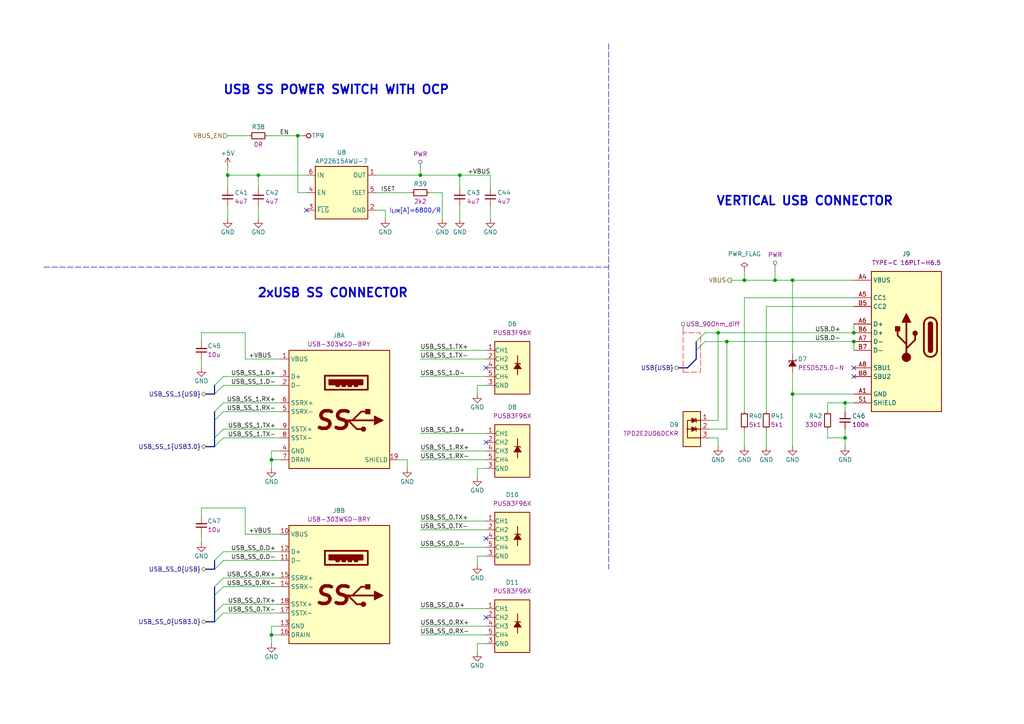
<source format=kicad_sch>
(kicad_sch (version 20250114) (generator "eeschema") (generator_version "9.0")
  (paper "A4")
  (title_block (title "ModuCard CM5 module") (date "2025-10-10") (rev "1.0.0") (company "KoNaR") (comment 1 "Project author: Dominik Pluta"))
  (lib_symbols
    (symbol "C-100n-0402_1" (pin_numbers (hide yes)) (pin_names (hide yes))
      (property "Reference" "C" (at 12.7 0 0))
      (property "Val" "100n" (at 12.7 -20.32 0))
      (symbol "C-100n-0402_1_0_1"
        (polyline (pts (xy 2.032 -1.524) (xy 2.032 1.524)) (stroke (width 0.3048)))
        (polyline (pts (xy 3.048 -1.524) (xy 3.048 1.524)) (stroke (width 0.3302)))
      )
      (symbol "C-100n-0402_1_1_1"
        (pin passive line (at 0 0 0) (length 2.032) (name "~") (number "1"))
        (pin passive line (at 5.08 0 180) (length 2.032) (name "~") (number "2"))
      )
    )
    (symbol "DW-ICs:AP22615AWU-7"
      (property "Reference" "U" (at 34.29 0 0))
      (property "MPN" "AP22615AWU-7" (at 34.29 -15.24 0))
      (symbol "AP22615AWU-7_0_1"
        (rectangle (start 2.54 2.54) (end 17.78 -12.7) (stroke (width 0.254)) (fill (type background)))
      )
      (symbol "AP22615AWU-7_1_0"
        (pin power_in line (at 0 0 0) (length 2.54) (name "IN") (number "6"))
        (pin input line (at 0 -5.08 0) (length 2.54) (name "EN") (number "4"))
        (pin open_collector line (at 0 -10.16 0) (length 2.54) (name "~{FLG}") (number "3"))
        (pin power_out line (at 20.32 0 180) (length 2.54) (name "OUT") (number "1"))
        (pin passive line (at 20.32 -5.08 180) (length 2.54) (name "ISET") (number "5"))
        (pin power_in line (at 20.32 -10.16 180) (length 2.54) (name "GND") (number "2"))
      )
    )
    (symbol "DW-TVS:PESD5Z5" (pin_numbers (hide yes)) (pin_names (offset 0.002) (hide yes))
      (property "Reference" "D" (at 12.7 0 0))
      (property "MPN" "PESD5Z5.0-N" (at 12.7 -15.24 0))
      (symbol "PESD5Z5_0_1"
        (polyline (pts (xy 1.905 0) (xy 0.635 0)))
        (polyline (pts (xy 4.445 0) (xy 3.175 0)))
      )
      (symbol "PESD5Z5_1_1"
        (polyline (pts (xy 1.778 1.016) (xy 1.397 1.016)) (stroke (width 0.254)))
        (polyline (pts (xy 1.778 1.016) (xy 1.778 -1.016)) (stroke (width 0.254)))
        (polyline (pts (xy 2.159 -1.016) (xy 1.778 -1.016)) (stroke (width 0.254)))
        (polyline (pts (xy 3.302 1.016) (xy 3.302 -1.016) (xy 1.778 0) (xy 3.302 1.016)) (stroke (width 0.254)) (fill (type outline)))
        (pin passive line (at 0 0 0) (length 0.635) (name "C") (number "1"))
        (pin passive line (at 5.08 0 180) (length 0.635) (name "A") (number "2"))
      )
    )
    (symbol "DW-TVS:PUSB3F96X" (pin_names (offset 0.002))
      (property "Reference" "D" (at 15.24 0 0))
      (property "MPN" "PUSB3F96X" (at 15.24 -15.24 0))
      (symbol "PUSB3F96X_1_1"
        (rectangle (start 2.54 -12.7) (end 12.7 2.54) (stroke (width 0.254)) (fill (type background)))
        (polyline (pts (xy 8.382 -3.81) (xy 9.906 -3.81) (xy 9.906 -4.064)) (stroke (width 0.254)))
        (polyline (pts (xy 9.144 -1.524) (xy 9.144 -7.112)) (stroke (width 0.254)))
        (polyline (pts (xy 10.16 -5.334) (xy 9.144 -3.81) (xy 8.128 -5.334) (xy 10.16 -5.334)) (stroke (width 0.254)) (fill (type outline)))
        (pin passive line (at 0 0 0) (length 2.54) (name "CH1") (number "1"))
        (pin passive line (at 0 0 0) (length 2.54) (hide yes) (name "CH1") (number "10"))
        (pin passive line (at 0 -2.54 0) (length 2.54) (name "CH2") (number "2"))
        (pin passive line (at 0 -2.54 0) (length 2.54) (hide yes) (name "CH2") (number "9"))
        (pin passive line (at 0 -5.08 0) (length 2.54) (name "CH3") (number "4"))
        (pin passive line (at 0 -5.08 0) (length 2.54) (hide yes) (name "CH3") (number "7"))
        (pin passive line (at 0 -7.62 0) (length 2.54) (name "CH4") (number "5"))
        (pin passive line (at 0 -7.62 0) (length 2.54) (hide yes) (name "CH4") (number "6"))
        (pin passive line (at 0 -10.16 0) (length 2.54) (name "GND") (number "3"))
        (pin passive line (at 0 -10.16 0) (length 2.54) (hide yes) (name "GND") (number "8"))
      )
    )
    (symbol "DW-TVS:TPD2E2U06DCKR" (pin_names (offset 0.002) (hide yes))
      (property "Reference" "D" (at 8.89 0 0))
      (property "MPN" "TPD2E2U06DCKR" (at 8.89 -15.24 0))
      (symbol "TPD2E2U06DCKR_0_1"
        (polyline (pts (xy 2.54 -5.08) (xy 6.35 -5.08) (xy 6.35 0) (xy 5.08 0)) (stroke (width 0.254)))
        (polyline (pts (xy 3.81 0) (xy 2.54 0)) (stroke (width 0.254)))
        (polyline (pts (xy 3.81 -2.54) (xy 2.54 -2.54)) (stroke (width 0.254)))
        (polyline (pts (xy 5.08 -2.54) (xy 6.35 -2.54)) (stroke (width 0.254)))
      )
      (symbol "TPD2E2U06DCKR_1_1"
        (rectangle (start 2.54 2.54) (end 7.62 -7.62) (stroke (width 0.254)) (fill (type background)))
        (polyline (pts (xy 3.81 -0.635) (xy 3.81 -0.381) (xy 3.81 0.381) (xy 4.064 0.635)) (stroke (width 0.254)) (fill (type background)))
        (polyline (pts (xy 3.81 -3.175) (xy 3.81 -2.921) (xy 3.81 -2.159) (xy 4.064 -1.905)) (stroke (width 0.254)) (fill (type background)))
        (polyline (pts (xy 5.08 -0.635) (xy 5.08 0.635) (xy 3.81 0) (xy 5.08 -0.635)) (stroke (width 0.254)) (fill (type outline)))
        (polyline (pts (xy 5.08 -3.175) (xy 5.08 -1.905) (xy 3.81 -2.54) (xy 5.08 -3.175)) (stroke (width 0.254)) (fill (type outline)))
        (circle (center 6.35 -2.54) (radius 0.127) (stroke (width 0.254)) (fill (type background)))
        (pin passive line (at 0 0 0) (length 2.54) (name "1") (number "1"))
        (pin passive line (at 0 -2.54 0) (length 2.54) (name "2") (number "2"))
        (pin passive line (at 0 -5.08 0) (length 2.54) (name "3") (number "3"))
      )
    )
    (symbol "DW-capacitors:C-10u-0603" (pin_numbers (hide yes)) (pin_names (hide yes))
      (property "Reference" "C" (at 12.7 0 0))
      (property "Val" "10u" (at 12.7 -20.32 0))
      (symbol "C-10u-0603_0_1"
        (polyline (pts (xy 2.032 -1.524) (xy 2.032 1.524)) (stroke (width 0.3048)))
        (polyline (pts (xy 3.048 -1.524) (xy 3.048 1.524)) (stroke (width 0.3302)))
      )
      (symbol "C-10u-0603_1_1"
        (pin passive line (at 0 0 0) (length 2.032) (name "~") (number "1"))
        (pin passive line (at 5.08 0 180) (length 2.032) (name "~") (number "2"))
      )
    )
    (symbol "DW-capacitors:C-4u7-0402" (pin_numbers (hide yes)) (pin_names (hide yes))
      (property "Reference" "C" (at 12.7 0 0))
      (property "Val" "4u7" (at 12.7 -20.32 0))
      (symbol "C-4u7-0402_0_1"
        (polyline (pts (xy 2.032 -1.524) (xy 2.032 1.524)) (stroke (width 0.3048)))
        (polyline (pts (xy 3.048 -1.524) (xy 3.048 1.524)) (stroke (width 0.3302)))
      )
      (symbol "C-4u7-0402_1_1"
        (pin passive line (at 0 0 0) (length 2.032) (name "~") (number "1"))
        (pin passive line (at 5.08 0 180) (length 2.032) (name "~") (number "2"))
      )
    )
    (symbol "DW-connectors:USB-A_USB-303WSD-BRY"
      (property "Reference" "J" (at 34.29 0 0))
      (property "MPN" "USB-303WSD-BRY" (at 34.29 -15.24 0))
      (symbol "USB-A_USB-303WSD-BRY_0_1"
        (rectangle (start 2.54 2.54) (end 31.75 -31.75) (stroke (width 0.254)) (fill (type background)))
        (rectangle (start 12.954 -4.826) (end 25.4 -8.89) (stroke (width 0.508)))
        (rectangle (start 14.224 -6.096) (end 23.876 -7.366) (stroke (width 0.508)) (fill (type outline)))
        (rectangle (start 16.256 -7.62) (end 17.018 -7.874) (stroke (width 0.508)))
        (rectangle (start 18.034 -7.62) (end 18.796 -7.874) (stroke (width 0.508)))
        (polyline (pts (xy 18.415 -17.78) (xy 27.305 -17.78)) (stroke (width 0.508)))
        (polyline (pts (xy 19.685 -17.78) (xy 22.225 -20.32) (xy 23.495 -20.32)) (stroke (width 0.508)))
        (rectangle (start 19.812 -7.62) (end 20.574 -7.874) (stroke (width 0.508)))
        (polyline (pts (xy 20.955 -17.78) (xy 23.495 -15.24) (xy 24.765 -15.24)) (stroke (width 0.508)))
        (rectangle (start 21.59 -7.62) (end 22.352 -7.874) (stroke (width 0.508)))
        (circle (center 24.13 -20.32) (radius 0.635) (stroke (width 0.254)) (fill (type outline)))
        (rectangle (start 24.765 -14.605) (end 26.035 -15.875) (stroke (width 0.254)) (fill (type outline)))
        (polyline (pts (xy 27.305 -19.05) (xy 29.845 -17.78) (xy 27.305 -16.51) (xy 27.305 -19.05)) (stroke (width 0.254)) (fill (type outline)))
        (text "SS" (at 15.24 -17.78 0) (effects (font (size 5.08 5.08) (bold yes) (italic yes))))
      )
      (symbol "USB-A_USB-303WSD-BRY_1_1"
        (pin passive line (at 0 0 0) (length 2.54) (name "VBUS") (number "1"))
        (pin bidirectional line (at 0 -5.08 0) (length 2.54) (name "D+") (number "3"))
        (pin bidirectional line (at 0 -7.62 0) (length 2.54) (name "D-") (number "2"))
        (pin bidirectional line (at 0 -12.7 0) (length 2.54) (name "SSRX+") (number "6"))
        (pin bidirectional line (at 0 -15.24 0) (length 2.54) (name "SSRX-") (number "5"))
        (pin bidirectional line (at 0 -20.32 0) (length 2.54) (name "SSTX+") (number "9"))
        (pin bidirectional line (at 0 -22.86 0) (length 2.54) (name "SSTX-") (number "8"))
        (pin power_in line (at 0 -26.67 0) (length 2.54) (name "GND") (number "4"))
        (pin power_in line (at 0 -29.21 0) (length 2.54) (name "DRAIN") (number "7"))
        (pin passive line (at 34.29 -29.21 180) (length 2.54) (name "SHIELD") (number "19"))
      )
      (symbol "USB-A_USB-303WSD-BRY_2_1"
        (pin passive line (at 0 0 0) (length 2.54) (name "VBUS") (number "10"))
        (pin bidirectional line (at 0 -5.08 0) (length 2.54) (name "D+") (number "12"))
        (pin bidirectional line (at 0 -7.62 0) (length 2.54) (name "D-") (number "11"))
        (pin bidirectional line (at 0 -12.7 0) (length 2.54) (name "SSRX+") (number "15"))
        (pin bidirectional line (at 0 -15.24 0) (length 2.54) (name "SSRX-") (number "14"))
        (pin bidirectional line (at 0 -20.32 0) (length 2.54) (name "SSTX+") (number "18"))
        (pin bidirectional line (at 0 -22.86 0) (length 2.54) (name "SSTX-") (number "17"))
        (pin power_in line (at 0 -26.67 0) (length 2.54) (name "GND") (number "13"))
        (pin power_in line (at 0 -29.21 0) (length 2.54) (name "DRAIN") (number "16"))
      )
    )
    (symbol "DW-connectors:USB-C_TYPE-C_16PLT-H6.5"
      (property "Reference" "J" (at 27.94 0 0))
      (property "MPN" "TYPE-C 16PLT-H6.5" (at 27.94 -15.24 0))
      (symbol "USB-C_TYPE-C_16PLT-H6.5_0_1"
        (rectangle (start 13.335 -14.732) (end 12.065 -13.462) (stroke (width 0.254)) (fill (type outline)))
        (polyline (pts (xy 15.24 -18.542) (xy 12.7 -16.002) (xy 12.7 -14.732)) (stroke (width 0.508)))
        (polyline (pts (xy 15.24 -19.812) (xy 17.78 -17.272) (xy 17.78 -16.002)) (stroke (width 0.508)))
        (polyline (pts (xy 15.24 -22.352) (xy 15.24 -12.192)) (stroke (width 0.508)))
        (circle (center 15.24 -22.352) (radius 1.27) (fill (type outline)))
        (polyline (pts (xy 16.51 -12.192) (xy 15.24 -9.652) (xy 13.97 -12.192) (xy 16.51 -12.192)) (stroke (width 0.254)) (fill (type outline)))
        (circle (center 17.78 -15.367) (radius 0.635) (stroke (width 0.254)) (fill (type outline)))
        (polyline (pts (xy 20.32 -12.7) (xy 20.32 -20.32)) (stroke (width 0.508)))
        (arc (start 21.59 -12.7) (mid 22.225 -12.0677) (end 22.86 -12.7) (stroke (width 0.254)))
        (arc (start 21.59 -12.7) (mid 22.225 -12.0677) (end 22.86 -12.7) (stroke (width 0.254)) (fill (type outline)))
        (arc (start 20.32 -12.7) (mid 22.225 -10.8033) (end 24.13 -12.7) (stroke (width 0.508)))
        (arc (start 24.13 -20.32) (mid 22.225 -22.2167) (end 20.32 -20.32) (stroke (width 0.508)))
        (arc (start 22.86 -20.32) (mid 22.225 -20.9523) (end 21.59 -20.32) (stroke (width 0.254)))
        (arc (start 22.86 -20.32) (mid 22.225 -20.9523) (end 21.59 -20.32) (stroke (width 0.254)) (fill (type outline)))
        (rectangle (start 22.86 -20.32) (end 21.59 -12.7) (stroke (width 0.254)) (fill (type outline)))
        (polyline (pts (xy 24.13 -20.32) (xy 24.13 -12.7)) (stroke (width 0.508)))
        (rectangle (start 25.4 2.54) (end 5.08 -38.1) (stroke (width 0.254)) (fill (type background)))
      )
      (symbol "USB-C_TYPE-C_16PLT-H6.5_1_1"
        (pin passive line (at 0 0 0) (length 5.08) (name "VBUS") (number "A4"))
        (pin passive line (at 0 0 0) (length 5.08) (hide yes) (name "VBUS") (number "A9"))
        (pin passive line (at 0 0 0) (length 5.08) (hide yes) (name "VBUS") (number "B4"))
        (pin passive line (at 0 0 0) (length 5.08) (hide yes) (name "VBUS") (number "B9"))
        (pin bidirectional line (at 0 -5.08 0) (length 5.08) (name "CC1") (number "A5"))
        (pin bidirectional line (at 0 -7.62 0) (length 5.08) (name "CC2") (number "B5"))
        (pin bidirectional line (at 0 -12.7 0) (length 5.08) (name "D+") (number "A6"))
        (pin bidirectional line (at 0 -15.24 0) (length 5.08) (name "D+") (number "B6"))
        (pin bidirectional line (at 0 -17.78 0) (length 5.08) (name "D-") (number "A7"))
        (pin bidirectional line (at 0 -20.32 0) (length 5.08) (name "D-") (number "B7"))
        (pin bidirectional line (at 0 -25.4 0) (length 5.08) (name "SBU1") (number "A8"))
        (pin bidirectional line (at 0 -27.94 0) (length 5.08) (name "SBU2") (number "B8"))
        (pin power_in line (at 0 -33.02 0) (length 5.08) (name "GND") (number "A1"))
        (pin passive line (at 0 -33.02 0) (length 5.08) (hide yes) (name "GND") (number "A12"))
        (pin passive line (at 0 -33.02 0) (length 5.08) (hide yes) (name "GND") (number "B1"))
        (pin passive line (at 0 -33.02 0) (length 5.08) (hide yes) (name "GND") (number "B12"))
        (pin passive line (at 0 -35.56 0) (length 5.08) (name "SHIELD") (number "S1"))
      )
    )
    (symbol "DW-power-symbols:+5V" (power) (pin_numbers (hide yes)) (pin_names (offset 0) (hide yes))
      (property "Value" "+5V" (at 0 3.556 0))
      (symbol "+5V_0_1"
        (polyline (pts (xy -0.762 1.27) (xy 0 2.54)))
        (polyline (pts (xy 0 2.54) (xy 0.762 1.27)))
        (polyline (pts (xy 0 0) (xy 0 2.54)))
      )
      (symbol "+5V_1_1"
        (pin power_in line (at 0 0 90) (length 0) (name "~") (number "1"))
      )
    )
    (symbol "DW-power-symbols:GND" (power) (pin_numbers (hide yes)) (pin_names (offset 0) (hide yes))
      (property "Value" "GND" (at 0 -3.81 0))
      (symbol "GND_0_1"
        (polyline (pts (xy 0 0) (xy 0 -1.27) (xy 1.27 -1.27) (xy 0 -2.54) (xy -1.27 -1.27) (xy 0 -1.27)))
      )
      (symbol "GND_1_1"
        (pin power_in line (at 0 0 270) (length 0) (name "~") (number "1"))
      )
    )
    (symbol "DW-power-symbols:PWR_FLAG" (power) (pin_numbers (hide yes)) (pin_names (offset 0) (hide yes))
      (property "Value" "PWR_FLAG" (at 0 3.81 0))
      (symbol "PWR_FLAG_0_0"
        (pin power_out line (at 0 0 90) (length 0) (name "~") (number "1"))
      )
      (symbol "PWR_FLAG_0_1"
        (polyline (pts (xy 0 0) (xy 0 1.27) (xy -1.016 1.905) (xy 0 2.54) (xy 1.016 1.905) (xy 0 1.27)))
      )
    )
    (symbol "DW-resistors:R-0R-0402" (pin_numbers (hide yes)) (pin_names (offset 0) (hide yes))
      (property "Reference" "R" (at 12.7 0 0))
      (property "Val" "0R" (at 12.7 -20.32 0))
      (symbol "R-0R-0402_0_1"
        (rectangle (start 0.635 0.889) (end 4.445 -0.889) (stroke (width 0.254)))
      )
      (symbol "R-0R-0402_1_1"
        (pin passive line (at 0 0 0) (length 0.635) (name "~") (number "1"))
        (pin passive line (at 5.08 0 180) (length 0.635) (name "~") (number "2"))
      )
    )
    (symbol "DW-resistors:R-2k2-0402" (pin_numbers (hide yes)) (pin_names (offset 0) (hide yes))
      (property "Reference" "R" (at 12.7 0 0))
      (property "Val" "2k2" (at 12.7 -20.32 0))
      (symbol "R-2k2-0402_0_1"
        (rectangle (start 0.635 0.889) (end 4.445 -0.889) (stroke (width 0.254)))
      )
      (symbol "R-2k2-0402_1_1"
        (pin passive line (at 0 0 0) (length 0.635) (name "~") (number "1"))
        (pin passive line (at 5.08 0 180) (length 0.635) (name "~") (number "2"))
      )
    )
    (symbol "DW-resistors:R-330r-0402" (pin_numbers (hide yes)) (pin_names (offset 0) (hide yes))
      (property "Reference" "R" (at 12.7 0 0))
      (property "Val" "330R" (at 12.7 -20.32 0))
      (symbol "R-330r-0402_0_1"
        (rectangle (start 0.635 0.889) (end 4.445 -0.889) (stroke (width 0.254)))
      )
      (symbol "R-330r-0402_1_1"
        (pin passive line (at 0 0 0) (length 0.635) (name "~") (number "1"))
        (pin passive line (at 5.08 0 180) (length 0.635) (name "~") (number "2"))
      )
    )
    (symbol "DW-resistors:R-5k1-0402" (pin_numbers (hide yes)) (pin_names (offset 0) (hide yes))
      (property "Reference" "R" (at 12.7 0 0))
      (property "Val" "5k1" (at 12.7 -20.32 0))
      (symbol "R-5k1-0402_0_1"
        (rectangle (start 0.635 0.889) (end 4.445 -0.889) (stroke (width 0.254)))
      )
      (symbol "R-5k1-0402_1_1"
        (pin passive line (at 0 0 0) (length 0.635) (name "~") (number "1"))
        (pin passive line (at 5.08 0 180) (length 0.635) (name "~") (number "2"))
      )
    )
    (symbol "DW-test-points:TP_SMD_0.75mm" (pin_numbers (hide yes)) (pin_names (hide yes)) (in_bom no)
      (property "Reference" "TP" (at 3.81 0 0))
      (symbol "TP_SMD_0.75mm_1_1"
        (circle (center 1.905 0) (radius 0.635) (stroke (width 0.254)))
        (pin passive line (at 0 0 0) (length 1.27) (name "1") (number "1"))
      )
    )
  )
  (bus_alias "USB3.0" (members "TX+" "TX-" "RX+" "RX-"))
  (text "2xUSB SS CONNECTOR" (at 96.52 85.09 0) (effects (font (size 2.54 2.54) (thickness 0.508) (bold yes))))
  (text "VERTICAL USB CONNECTOR" (at 233.426 58.42 0) (effects (font (size 2.54 2.54) (thickness 0.508) (bold yes))))
  (text "USB SS POWER SWITCH WITH OCP" (at 97.536 26.162 0) (effects (font (size 2.54 2.54) (thickness 0.508) (bold yes))))
  (text "I_{LIM}[A]=6800/R" (at 120.396 61.214 0) (effects (font (size 1.27 1.27))))
  (junction (at 247.65 99.06))
  (junction (at 245.11 127))
  (junction (at 208.28 96.52))
  (junction (at 66.04 50.8))
  (junction (at 245.11 116.84))
  (junction (at 74.93 50.8))
  (junction (at 224.79 81.28))
  (junction (at 78.74 184.15))
  (junction (at 210.82 99.06))
  (junction (at 215.9 81.28))
  (junction (at 78.74 133.35))
  (junction (at 133.35 50.8))
  (junction (at 86.36 39.37))
  (junction (at 121.92 50.8))
  (junction (at 229.87 81.28))
  (junction (at 247.65 96.52))
  (junction (at 229.87 114.3))
  (no_connect (at 247.65 106.68))
  (no_connect (at 88.9 60.96))
  (no_connect (at 140.97 128.27))
  (no_connect (at 140.97 179.07))
  (no_connect (at 140.97 156.21))
  (no_connect (at 140.97 106.68))
  (no_connect (at 247.65 109.22))
  (bus_entry (at 62.23 177.8) (size 2.54 -2.54))
  (bus_entry (at 62.23 119.38) (size 2.54 -2.54))
  (bus_entry (at 62.23 170.18) (size 2.54 -2.54))
  (bus_entry (at 62.23 162.56) (size 2.54 -2.54))
  (bus_entry (at 62.23 180.34) (size 2.54 -2.54))
  (bus_entry (at 201.93 99.06) (size 2.54 -2.54))
  (bus_entry (at 62.23 114.3) (size 2.54 -2.54))
  (bus_entry (at 201.93 101.6) (size 2.54 -2.54))
  (bus_entry (at 62.23 165.1) (size 2.54 -2.54))
  (bus_entry (at 62.23 121.92) (size 2.54 -2.54))
  (bus_entry (at 62.23 127) (size 2.54 -2.54))
  (bus_entry (at 62.23 111.76) (size 2.54 -2.54))
  (bus_entry (at 62.23 129.54) (size 2.54 -2.54))
  (bus_entry (at 62.23 172.72) (size 2.54 -2.54))
  (wire (pts (xy 81.28 181.61) (xy 78.74 181.61)))
  (wire (pts (xy 78.74 133.35) (xy 78.74 135.89)))
  (wire (pts (xy 140.97 135.89) (xy 138.43 135.89)))
  (wire (pts (xy 240.03 127) (xy 245.11 127)))
  (wire (pts (xy 140.97 151.13) (xy 121.92 151.13)))
  (wire (pts (xy 247.65 88.9) (xy 222.25 88.9)))
  (wire (pts (xy 212.09 81.28) (xy 215.9 81.28)))
  (wire (pts (xy 81.28 184.15) (xy 78.74 184.15)))
  (wire (pts (xy 204.47 99.06) (xy 210.82 99.06)))
  (wire (pts (xy 115.57 133.35) (xy 118.11 133.35)))
  (bus (pts (xy 62.23 127) (xy 62.23 121.92)))
  (wire (pts (xy 64.77 127) (xy 81.28 127)))
  (wire (pts (xy 78.74 181.61) (xy 78.74 184.15)))
  (wire (pts (xy 215.9 81.28) (xy 224.79 81.28)))
  (wire (pts (xy 64.77 116.84) (xy 81.28 116.84)))
  (wire (pts (xy 58.42 104.14) (xy 58.42 106.68)))
  (wire (pts (xy 215.9 78.74) (xy 215.9 81.28)))
  (wire (pts (xy 81.28 130.81) (xy 78.74 130.81)))
  (bus (pts (xy 62.23 162.56) (xy 62.23 165.1)))
  (wire (pts (xy 87.63 39.37) (xy 86.36 39.37)))
  (wire (pts (xy 245.11 124.46) (xy 245.11 127)))
  (wire (pts (xy 64.77 109.22) (xy 81.28 109.22)))
  (wire (pts (xy 215.9 86.36) (xy 247.65 86.36)))
  (wire (pts (xy 64.77 111.76) (xy 81.28 111.76)))
  (wire (pts (xy 66.04 50.8) (xy 74.93 50.8)))
  (wire (pts (xy 229.87 81.28) (xy 224.79 81.28)))
  (wire (pts (xy 64.77 170.18) (xy 81.28 170.18)))
  (wire (pts (xy 133.35 50.8) (xy 133.35 54.61)))
  (wire (pts (xy 247.65 116.84) (xy 245.11 116.84)))
  (wire (pts (xy 66.04 59.69) (xy 66.04 63.5)))
  (wire (pts (xy 64.77 177.8) (xy 81.28 177.8)))
  (wire (pts (xy 208.28 96.52) (xy 208.28 121.92)))
  (wire (pts (xy 109.22 55.88) (xy 119.38 55.88)))
  (wire (pts (xy 245.11 127) (xy 245.11 129.54)))
  (wire (pts (xy 86.36 55.88) (xy 86.36 39.37)))
  (wire (pts (xy 247.65 114.3) (xy 229.87 114.3)))
  (wire (pts (xy 121.92 109.22) (xy 140.97 109.22)))
  (wire (pts (xy 208.28 96.52) (xy 247.65 96.52)))
  (wire (pts (xy 133.35 59.69) (xy 133.35 63.5)))
  (wire (pts (xy 71.12 104.14) (xy 81.28 104.14)))
  (wire (pts (xy 111.76 60.96) (xy 109.22 60.96)))
  (wire (pts (xy 208.28 127) (xy 208.28 129.54)))
  (wire (pts (xy 247.65 99.06) (xy 247.65 101.6)))
  (wire (pts (xy 64.77 167.64) (xy 81.28 167.64)))
  (wire (pts (xy 71.12 96.52) (xy 71.12 104.14)))
  (wire (pts (xy 58.42 147.32) (xy 71.12 147.32)))
  (wire (pts (xy 133.35 50.8) (xy 142.24 50.8)))
  (bus (pts (xy 62.23 127) (xy 62.23 129.54)))
  (wire (pts (xy 121.92 176.53) (xy 140.97 176.53)))
  (wire (pts (xy 140.97 133.35) (xy 121.92 133.35)))
  (wire (pts (xy 222.25 124.46) (xy 222.25 129.54)))
  (wire (pts (xy 140.97 184.15) (xy 121.92 184.15)))
  (wire (pts (xy 64.77 160.02) (xy 81.28 160.02)))
  (bus (pts (xy 199.39 106.68) (xy 201.93 104.14)))
  (bus (pts (xy 62.23 111.76) (xy 62.23 114.3)))
  (bus (pts (xy 62.23 177.8) (xy 62.23 172.72)))
  (wire (pts (xy 229.87 102.87) (xy 229.87 81.28)))
  (wire (pts (xy 142.24 59.69) (xy 142.24 63.5)))
  (wire (pts (xy 247.65 93.98) (xy 247.65 96.52)))
  (bus (pts (xy 62.23 177.8) (xy 62.23 180.34)))
  (wire (pts (xy 58.42 154.94) (xy 58.42 157.48)))
  (wire (pts (xy 210.82 99.06) (xy 210.82 124.46)))
  (wire (pts (xy 118.11 133.35) (xy 118.11 135.89)))
  (wire (pts (xy 204.47 96.52) (xy 208.28 96.52)))
  (wire (pts (xy 64.77 162.56) (xy 81.28 162.56)))
  (bus (pts (xy 201.93 101.6) (xy 201.93 104.14)))
  (wire (pts (xy 240.03 116.84) (xy 240.03 119.38)))
  (wire (pts (xy 64.77 175.26) (xy 81.28 175.26)))
  (polyline (pts (xy 12.7 77.47) (xy 176.53 77.47)) (stroke (width 0) (type dash)))
  (wire (pts (xy 111.76 60.96) (xy 111.76 63.5)))
  (wire (pts (xy 138.43 111.76) (xy 138.43 114.3)))
  (wire (pts (xy 58.42 96.52) (xy 71.12 96.52)))
  (wire (pts (xy 121.92 50.8) (xy 133.35 50.8)))
  (wire (pts (xy 138.43 186.69) (xy 138.43 189.23)))
  (wire (pts (xy 142.24 50.8) (xy 142.24 54.61)))
  (wire (pts (xy 71.12 154.94) (xy 81.28 154.94)))
  (wire (pts (xy 66.04 39.37) (xy 72.39 39.37)))
  (wire (pts (xy 215.9 119.38) (xy 215.9 86.36)))
  (wire (pts (xy 140.97 130.81) (xy 121.92 130.81)))
  (wire (pts (xy 121.92 125.73) (xy 140.97 125.73)))
  (wire (pts (xy 247.65 81.28) (xy 229.87 81.28)))
  (wire (pts (xy 66.04 48.26) (xy 66.04 50.8)))
  (bus (pts (xy 59.69 180.34) (xy 62.23 180.34)))
  (wire (pts (xy 88.9 55.88) (xy 86.36 55.88)))
  (wire (pts (xy 210.82 99.06) (xy 247.65 99.06)))
  (wire (pts (xy 64.77 124.46) (xy 81.28 124.46)))
  (wire (pts (xy 224.79 78.74) (xy 224.79 81.28)))
  (bus (pts (xy 59.69 165.1) (xy 62.23 165.1)))
  (bus (pts (xy 59.69 129.54) (xy 62.23 129.54)))
  (wire (pts (xy 74.93 50.8) (xy 74.93 54.61)))
  (wire (pts (xy 121.92 101.6) (xy 140.97 101.6)))
  (bus (pts (xy 196.85 106.68) (xy 199.39 106.68)))
  (wire (pts (xy 222.25 88.9) (xy 222.25 119.38)))
  (wire (pts (xy 78.74 184.15) (xy 78.74 186.69)))
  (wire (pts (xy 140.97 153.67) (xy 121.92 153.67)))
  (wire (pts (xy 128.27 55.88) (xy 128.27 63.5)))
  (wire (pts (xy 58.42 96.52) (xy 58.42 99.06)))
  (wire (pts (xy 245.11 116.84) (xy 245.11 119.38)))
  (wire (pts (xy 215.9 129.54) (xy 215.9 124.46)))
  (wire (pts (xy 140.97 111.76) (xy 138.43 111.76)))
  (wire (pts (xy 74.93 59.69) (xy 74.93 63.5)))
  (wire (pts (xy 109.22 50.8) (xy 121.92 50.8)))
  (wire (pts (xy 138.43 161.29) (xy 138.43 163.83)))
  (wire (pts (xy 140.97 186.69) (xy 138.43 186.69)))
  (wire (pts (xy 77.47 39.37) (xy 86.36 39.37)))
  (wire (pts (xy 210.82 124.46) (xy 205.74 124.46)))
  (bus (pts (xy 201.93 99.06) (xy 201.93 101.6)))
  (bus (pts (xy 59.69 114.3) (xy 62.23 114.3)))
  (polyline (pts (xy 176.53 12.7) (xy 176.53 165.1)) (stroke (width 0) (type dash)))
  (wire (pts (xy 121.92 158.75) (xy 140.97 158.75)))
  (bus (pts (xy 62.23 170.18) (xy 62.23 172.72)))
  (wire (pts (xy 240.03 124.46) (xy 240.03 127)))
  (bus (pts (xy 62.23 119.38) (xy 62.23 121.92)))
  (wire (pts (xy 140.97 161.29) (xy 138.43 161.29)))
  (wire (pts (xy 124.46 55.88) (xy 128.27 55.88)))
  (wire (pts (xy 78.74 130.81) (xy 78.74 133.35)))
  (wire (pts (xy 229.87 107.95) (xy 229.87 114.3)))
  (wire (pts (xy 58.42 149.86) (xy 58.42 147.32)))
  (wire (pts (xy 81.28 133.35) (xy 78.74 133.35)))
  (wire (pts (xy 208.28 121.92) (xy 205.74 121.92)))
  (wire (pts (xy 245.11 116.84) (xy 240.03 116.84)))
  (wire (pts (xy 138.43 135.89) (xy 138.43 138.43)))
  (wire (pts (xy 71.12 147.32) (xy 71.12 154.94)))
  (wire (pts (xy 208.28 127) (xy 205.74 127)))
  (wire (pts (xy 121.92 49.53) (xy 121.92 50.8)))
  (wire (pts (xy 229.87 114.3) (xy 229.87 129.54)))
  (wire (pts (xy 121.92 104.14) (xy 140.97 104.14)))
  (wire (pts (xy 64.77 119.38) (xy 81.28 119.38)))
  (wire (pts (xy 74.93 50.8) (xy 88.9 50.8)))
  (wire (pts (xy 140.97 181.61) (xy 121.92 181.61)))
  (wire (pts (xy 66.04 50.8) (xy 66.04 54.61)))
  (label "USB_SS_1.TX+" (at 121.92 101.6 0))
  (label "+VBUS" (at 142.24 50.8 180))
  (label "+VBUS" (at 78.74 154.94 180))
  (label "USB_SS_1.RX-" (at 121.92 133.35 0))
  (label "USB_SS_0.D+" (at 80.01 160.02 180))
  (label "USB_SS_1.D+" (at 121.92 125.73 0))
  (label "USB_SS_0.TX+" (at 80.01 175.26 180))
  (label "USB_SS_0.RX+" (at 121.92 181.61 0))
  (label "USB_SS_0.D+" (at 121.92 176.53 0))
  (label "USB_SS_1.D+" (at 80.01 109.22 180))
  (label "USB_SS_1.TX+" (at 80.01 124.46 180))
  (label "USB_SS_0.TX+" (at 121.92 151.13 0))
  (label "EN" (at 83.82 39.37 180))
  (label "USB_SS_1.TX-" (at 80.01 127 180))
  (label "USB_SS_1.RX-" (at 80.01 119.38 180))
  (label "USB_SS_1.D-" (at 121.92 109.22 0))
  (label "USB.D+" (at 243.84 96.52 180))
  (label "USB_SS_0.RX-" (at 121.92 184.15 0))
  (label "+VBUS" (at 78.74 104.14 180))
  (label "USB_SS_1.D-" (at 80.01 111.76 180))
  (label "USB_SS_1.RX+" (at 121.92 130.81 0))
  (label "USB_SS_1.RX+" (at 80.01 116.84 180))
  (label "USB_SS_0.TX-" (at 80.01 177.8 180))
  (label "ISET" (at 110.49 55.88 0))
  (label "USB_SS_1.TX-" (at 121.92 104.14 0))
  (label "USB_SS_0.D-" (at 80.01 162.56 180))
  (label "USB_SS_0.TX-" (at 121.92 153.67 0))
  (label "USB_SS_0.RX+" (at 80.01 167.64 180))
  (label "USB_SS_0.RX-" (at 80.01 170.18 180))
  (label "USB_SS_0.D-" (at 121.92 158.75 0))
  (label "USB.D-" (at 243.84 99.06 180))
  (hierarchical_label "USB{USB}" (shape bidirectional) (at 196.85 106.68 180))
  (hierarchical_label "USB_SS_0{USB3.0}" (shape bidirectional) (at 59.69 180.34 180))
  (hierarchical_label "USB_SS_1{USB3.0}" (shape bidirectional) (at 59.69 129.54 180))
  (hierarchical_label "USB_SS_0{USB}" (shape bidirectional) (at 59.69 165.1 180))
  (hierarchical_label "USB_SS_1{USB}" (shape bidirectional) (at 59.69 114.3 180))
  (hierarchical_label "VBUS_EN" (shape input) (at 66.04 39.37 180))
  (hierarchical_label "VBUS" (shape output) (at 212.09 81.28 180))
  (rule_area (polyline (pts (xy 198.12 107.95) (xy 203.2 107.95) (xy 203.2 96.52) (xy 198.12 96.52)) (stroke (width 0) (type dash))))
  (netclass_flag "" (length 2.54) (shape round) (at 198.12 96.52 0) (property "Netclass" "USB_90Ohm_diff" (at 198.882 93.98 0) (effects (justify left))))
  (netclass_flag "" (length 2.54) (shape round) (at 121.92 49.53 0) (property "Netclass" "PWR" (at 121.92 44.704 0)))
  (netclass_flag "" (length 2.54) (shape round) (at 224.79 78.74 0) (property "Netclass" "PWR" (at 224.79 73.914 0)))
  (symbol (lib_id "DW-resistors:R-5k1-0402") (at 215.9 124.46 90) (unit 1)
    (property "Reference" "R40" (at 217.17 120.65 90) (effects (justify right)))
    (property "Value" "R-5k1-0402" (effects (hide yes)))
    (property "Footprint" "DW-footprints:R_0402_1005Metric" (effects (hide yes)))
    (property "Datasheet" "https://lcsc.com/datasheet/lcsc_datasheet_2411221127_UNI-ROYAL-0402WGF5101TCE_C25905.pdf" (effects (hide yes)))
    (property "Description" "62.5mW Thick Film Resistor 50V ±100ppm/℃ ±1% 5.1kΩ 0402 Chip Resistor - Surface Mount ROHS" (effects (hide yes)))
    (property "Manufacturer" "UNI-ROYAL(Uniroyal Elec)" (effects (hide yes)))
    (property "MPN" "0402WGF5101TCE" (effects (hide yes)))
    (property "LCSC" "C25905" (effects (hide yes)))
    (property "Val" "5k1" (at 217.17 123.19 90) (effects (justify right)))
    (property "Tolerance" "1%" (effects (hide yes)))
  )
  (symbol (lib_id "DW-power-symbols:GND") (at 74.93 63.5 0) (unit 1)
    (property "Reference" "#PWR096" (effects (hide yes)))
    (property "Value" "GND" (at 74.93 67.31 0))
    (property "Description" "Power symbol creates a global label with name \"GND\" , ground" (effects (hide yes)))
  )
  (symbol (lib_id "DW-resistors:R-0R-0402") (at 72.39 39.37 0) (unit 1)
    (property "Reference" "R38" (at 74.93 36.83 0))
    (property "Value" "R-0R-0402" (effects (hide yes)))
    (property "Footprint" "DW-footprints:R_0402_1005Metric" (effects (hide yes)))
    (property "Datasheet" "https://lcsc.com/datasheet/lcsc_datasheet_2411221126_UNI-ROYAL-0402WGF0000TCE_C17168.pdf" (effects (hide yes)))
    (property "Description" "62.5mW Thick Film Resistor 50V ±800ppm/℃ ±1% 0Ω 0402 Chip Resistor - Surface Mount ROHS" (effects (hide yes)))
    (property "Manufacturer" "UNI-ROYAL(Uniroyal Elec)" (effects (hide yes)))
    (property "MPN" "0402WGF0000TCE" (effects (hide yes)))
    (property "LCSC" "C17168" (effects (hide yes)))
    (property "Val" "0R" (at 74.93 41.91 0))
    (property "Tolerance" "1%" (effects (hide yes)))
  )
  (symbol (lib_id "DW-TVS:PUSB3F96X") (at 140.97 101.6 0) (unit 1)
    (property "Reference" "D6" (at 148.59 93.98 0))
    (property "Value" "PUSB3F96X" (effects (hide yes)))
    (property "Footprint" "DW-footprints:SOT1176-1" (effects (hide yes)))
    (property "Datasheet" "https://mouser.com/datasheet/2/916/PUSB3F96-1600324.pdf" (effects (hide yes)))
    (property "Description" "TVS diode array, 10 kV, DFN-2510, 5.5 V, 0.5 pF" (effects (hide yes)))
    (property "Manufacturer" "Nexperia" (effects (hide yes)))
    (property "MPN" "PUSB3F96X" (at 148.59 96.52 0))
    (property "LCSC" "C478121" (effects (hide yes)))
  )
  (symbol (lib_id "DW-power-symbols:GND") (at 58.42 157.48 0) (unit 1)
    (property "Reference" "#PWR0111" (effects (hide yes)))
    (property "Value" "GND" (at 58.42 161.29 0))
    (property "Description" "Power symbol creates a global label with name \"GND\" , ground" (effects (hide yes)))
  )
  (symbol (lib_id "DW-power-symbols:PWR_FLAG") (at 215.9 78.74 0) (mirror y) (unit 1)
    (property "Reference" "#FLG08" (effects (hide yes)))
    (property "Value" "PWR_FLAG" (at 215.9 73.66 0))
    (property "Description" "Special symbol for telling ERC where power comes from" (effects (hide yes)))
  )
  (symbol (lib_id "DW-TVS:PESD5Z5") (at 229.87 102.87 270) (unit 1)
    (property "Reference" "D7" (at 231.394 104.14 90) (effects (justify left)))
    (property "Value" "PESD5Z5" (effects (hide yes)))
    (property "Footprint" "DW-footprints:D_SOD-523" (effects (hide yes)))
    (property "Datasheet" "https://lcsc.com/datasheet/lcsc_datasheet_2409302201_BORN-PESD5Z5-0-N_C920301.pdf" (effects (hide yes)))
    (property "Description" "15A Unidirectional 5V SOD-523 ESD and Surge Protection (TVS/ESD) ROHS" (effects (hide yes)))
    (property "Manufacturer" "BORN" (effects (hide yes)))
    (property "MPN" "PESD5Z5.0-N" (at 231.394 106.68 90) (effects (justify left)))
    (property "LCSC" "C920301" (effects (hide yes)))
  )
  (symbol (lib_id "DW-power-symbols:GND") (at 229.87 129.54 0) (unit 1)
    (property "Reference" "#PWR0109" (effects (hide yes)))
    (property "Value" "GND" (at 229.87 133.35 0))
    (property "Description" "Power symbol creates a global label with name \"GND\" , ground" (effects (hide yes)))
  )
  (symbol (lib_id "DW-power-symbols:GND") (at 133.35 63.5 0) (unit 1)
    (property "Reference" "#PWR099" (effects (hide yes)))
    (property "Value" "GND" (at 133.35 67.31 0))
    (property "Description" "Power symbol creates a global label with name \"GND\" , ground" (effects (hide yes)))
  )
  (symbol (lib_id "DW-power-symbols:GND") (at 78.74 186.69 0) (unit 1)
    (property "Reference" "#PWR0113" (effects (hide yes)))
    (property "Value" "GND" (at 78.74 190.5 0))
    (property "Description" "Power symbol creates a global label with name \"GND\" , ground" (effects (hide yes)))
  )
  (symbol (lib_id "DW-ICs:AP22615AWU-7") (at 88.9 50.8 0) (unit 1)
    (property "Reference" "U8" (at 99.06 44.196 0))
    (property "Value" "AP22615AWU-7" (at 99.06 46.736 0))
    (property "Footprint" "DW-footprints:TSOT-23-6" (effects (hide yes)))
    (property "Datasheet" "https://www.diodes.com/datasheet/download/AP22815_615.pdf" (effects (hide yes)))
    (property "Description" "3V~5.5V 40mΩ 3A 1 High Side Switch TSOT-23-6 Power Distribution Switches ROHS" (effects (hide yes)))
    (property "Manufacturer" "Diodes Incorporated" (effects (hide yes)))
    (property "MPN" "AP22615AWU-7" (effects (hide yes)))
    (property "LCSC" "C2680357" (effects (hide yes)))
  )
  (symbol (lib_id "DW-power-symbols:GND") (at 138.43 163.83 0) (mirror y) (unit 1)
    (property "Reference" "#PWR0112" (effects (hide yes)))
    (property "Value" "GND" (at 138.43 167.64 0))
    (property "Description" "Power symbol creates a global label with name \"GND\" , ground" (effects (hide yes)))
  )
  (symbol (lib_id "DW-power-symbols:GND") (at 222.25 129.54 0) (unit 1)
    (property "Reference" "#PWR0108" (effects (hide yes)))
    (property "Value" "GND" (at 222.25 133.35 0))
    (property "Description" "Power symbol creates a global label with name \"GND\" , ground" (effects (hide yes)))
  )
  (symbol (lib_id "DW-power-symbols:GND") (at 138.43 138.43 0) (mirror y) (unit 1)
    (property "Reference" "#PWR0105" (effects (hide yes)))
    (property "Value" "GND" (at 138.43 142.24 0))
    (property "Description" "Power symbol creates a global label with name \"GND\" , ground" (effects (hide yes)))
  )
  (symbol (lib_name "C-100n-0402_1") (lib_id "DW-capacitors:C-100n-0402") (at 245.11 124.46 90) (unit 1)
    (property "Reference" "C46" (at 247.142 120.65 90) (effects (justify right)))
    (property "Value" "C-100n-0402" (effects (hide yes)))
    (property "Footprint" "DW-footprints:C_0402_1005Metric" (effects (hide yes)))
    (property "Datasheet" "https://lcsc.com/datasheet/lcsc_datasheet_2304140030_Samsung-Electro-Mechanics-CL05B104KB54PNC_C307331.pdf" (effects (hide yes)))
    (property "Description" "50V 100nF X7R ±10% 0402 Multilayer Ceramic Capacitors MLCC - SMD/SMT ROHS" (effects (hide yes)))
    (property "Manufacturer" "Samsung Electro-Mechanics" (effects (hide yes)))
    (property "MPN" "CL05B104KB54PNC" (effects (hide yes)))
    (property "LCSC" "C307331" (effects (hide yes)))
    (property "Val" "100n" (at 247.142 123.19 90) (effects (justify right)))
    (property "Tolerance" "10%" (effects (hide yes)))
    (property "Voltage" "50V" (effects (hide yes)))
    (property "Dielectric" "X7R" (effects (hide yes)))
  )
  (symbol (lib_id "DW-connectors:USB-C_TYPE-C_16PLT-H6.5") (at 247.65 81.28 0) (unit 1)
    (property "Reference" "J9" (at 262.89 73.66 0))
    (property "Value" "USB-C_TYPE-C_16PLT-H6.5" (effects (hide yes)))
    (property "Footprint" "DW-footprints:USB-C-Receptacle_TYPE-C_16PLT-H6.5" (effects (hide yes)))
    (property "Datasheet" "https://www.lcsc.com/datasheet/C3151748.pdf" (effects (hide yes)))
    (property "Description" "USB 3.1 5A 1 Surface Mount,Vertical 16P Female -40℃~+85℃ Type-C SMD USB Connectors ROHS" (effects (hide yes)))
    (property "Manufacturer" "SHOU HAN" (effects (hide yes)))
    (property "MPN" "TYPE-C 16PLT-H6.5" (at 262.89 76.2 0))
    (property "LCSC" "C3151748" (effects (hide yes)))
  )
  (symbol (lib_id "DW-power-symbols:GND") (at 111.76 63.5 0) (unit 1)
    (property "Reference" "#PWR097" (effects (hide yes)))
    (property "Value" "GND" (at 111.76 67.31 0))
    (property "Description" "Power symbol creates a global label with name \"GND\" , ground" (effects (hide yes)))
  )
  (symbol (lib_id "DW-resistors:R-2k2-0402") (at 119.38 55.88 0) (unit 1)
    (property "Reference" "R39" (at 121.92 53.34 0))
    (property "Value" "R-2k2-0402" (effects (hide yes)))
    (property "Footprint" "DW-footprints:R_0402_1005Metric" (effects (hide yes)))
    (property "Datasheet" "https://lcsc.com/datasheet/lcsc_datasheet_2411221126_UNI-ROYAL-0402WGF2201TCE_C25879.pdf" (effects (hide yes)))
    (property "Description" "62.5mW Thick Film Resistor 50V ±100ppm/℃ ±1% 2.2kΩ 0402 Chip Resistor - Surface Mount ROHS" (effects (hide yes)))
    (property "Manufacturer" "UNI-ROYAL(Uniroyal Elec)" (effects (hide yes)))
    (property "MPN" "0402WGF2201TCE" (effects (hide yes)))
    (property "LCSC" "C25879" (effects (hide yes)))
    (property "Val" "2k2" (at 121.92 58.42 0))
    (property "Tolerance" "1%" (effects (hide yes)))
  )
  (symbol (lib_id "DW-capacitors:C-10u-0603") (at 58.42 154.94 90) (unit 1)
    (property "Reference" "C47" (at 60.198 151.13 90) (effects (justify right)))
    (property "Value" "C-10u-0603" (effects (hide yes)))
    (property "Footprint" "DW-footprints:C_0603_1608Metric" (effects (hide yes)))
    (property "Datasheet" "https://www.lcsc.com/datasheet/C96446.pdf" (effects (hide yes)))
    (property "Description" "25V 10uF X5R ±20% 0603 Multilayer Ceramic Capacitors MLCC - SMD/SMT ROHS" (effects (hide yes)))
    (property "Manufacturer" "Samsung Electro-Mechanics" (effects (hide yes)))
    (property "MPN" "CL10A106MA8NRNC" (effects (hide yes)))
    (property "LCSC" "C96446" (effects (hide yes)))
    (property "Val" "10u" (at 60.198 153.67 90) (effects (justify right)))
    (property "Tolerance" "20%" (effects (hide yes)))
    (property "Voltage" "25V" (effects (hide yes)))
    (property "Dielectric" "X5R" (effects (hide yes)))
  )
  (symbol (lib_id "DW-capacitors:C-4u7-0402") (at 133.35 59.69 90) (unit 1)
    (property "Reference" "C43" (at 135.382 55.88 90) (effects (justify right)))
    (property "Value" "C-4u7-0402" (effects (hide yes)))
    (property "Footprint" "DW-footprints:C_0402_1005Metric" (effects (hide yes)))
    (property "Datasheet" "https://lcsc.com/datasheet/lcsc_datasheet_2304140030_Samsung-Electro-Mechanics-CL05A475MP5NRNC_C23733.pdf" (effects (hide yes)))
    (property "Description" "10V 4.7uF X5R ±20% 0402 Multilayer Ceramic Capacitors MLCC - SMD/SMT ROHS" (effects (hide yes)))
    (property "Manufacturer" "Samsung Electro-Mechanics" (effects (hide yes)))
    (property "MPN" "CL05A475MP5NRNC" (effects (hide yes)))
    (property "LCSC" "C23733" (effects (hide yes)))
    (property "Val" "4u7" (at 135.382 58.42 90) (effects (justify right)))
    (property "Tolerance" "20%" (effects (hide yes)))
    (property "Voltage" "10V" (effects (hide yes)))
    (property "Dielectric" "X5R" (effects (hide yes)))
  )
  (symbol (lib_id "DW-power-symbols:+5V") (at 66.04 48.26 0) (unit 1)
    (property "Reference" "#PWR094" (effects (hide yes)))
    (property "Value" "+5V" (at 66.04 44.45 0))
    (property "Description" "Power symbol creates a global label with name \"+5V\"" (effects (hide yes)))
  )
  (symbol (lib_id "DW-TVS:PUSB3F96X") (at 140.97 151.13 0) (unit 1)
    (property "Reference" "D10" (at 148.59 143.51 0))
    (property "Value" "PUSB3F96X" (effects (hide yes)))
    (property "Footprint" "DW-footprints:SOT1176-1" (effects (hide yes)))
    (property "Datasheet" "https://mouser.com/datasheet/2/916/PUSB3F96-1600324.pdf" (effects (hide yes)))
    (property "Description" "TVS diode array, 10 kV, DFN-2510, 5.5 V, 0.5 pF" (effects (hide yes)))
    (property "Manufacturer" "Nexperia" (effects (hide yes)))
    (property "MPN" "PUSB3F96X" (at 148.59 146.05 0))
    (property "LCSC" "C478121" (effects (hide yes)))
  )
  (symbol (lib_id "DW-power-symbols:GND") (at 118.11 135.89 0) (mirror y) (unit 1)
    (property "Reference" "#PWR0104" (effects (hide yes)))
    (property "Value" "GND" (at 118.11 139.7 0))
    (property "Description" "Power symbol creates a global label with name \"GND\" , ground" (effects (hide yes)))
  )
  (symbol (lib_id "DW-power-symbols:GND") (at 128.27 63.5 0) (unit 1)
    (property "Reference" "#PWR098" (effects (hide yes)))
    (property "Value" "GND" (at 128.27 67.31 0))
    (property "Description" "Power symbol creates a global label with name \"GND\" , ground" (effects (hide yes)))
  )
  (symbol (lib_id "DW-capacitors:C-10u-0603") (at 58.42 104.14 90) (unit 1)
    (property "Reference" "C45" (at 60.198 100.33 90) (effects (justify right)))
    (property "Value" "C-10u-0603" (effects (hide yes)))
    (property "Footprint" "DW-footprints:C_0603_1608Metric" (effects (hide yes)))
    (property "Datasheet" "https://www.lcsc.com/datasheet/C96446.pdf" (effects (hide yes)))
    (property "Description" "25V 10uF X5R ±20% 0603 Multilayer Ceramic Capacitors MLCC - SMD/SMT ROHS" (effects (hide yes)))
    (property "Manufacturer" "Samsung Electro-Mechanics" (effects (hide yes)))
    (property "MPN" "CL10A106MA8NRNC" (effects (hide yes)))
    (property "LCSC" "C96446" (effects (hide yes)))
    (property "Val" "10u" (at 60.198 102.87 90) (effects (justify right)))
    (property "Tolerance" "20%" (effects (hide yes)))
    (property "Voltage" "25V" (effects (hide yes)))
    (property "Dielectric" "X5R" (effects (hide yes)))
  )
  (symbol (lib_id "DW-capacitors:C-4u7-0402") (at 74.93 59.69 90) (unit 1)
    (property "Reference" "C42" (at 76.962 55.88 90) (effects (justify right)))
    (property "Value" "C-4u7-0402" (effects (hide yes)))
    (property "Footprint" "DW-footprints:C_0402_1005Metric" (effects (hide yes)))
    (property "Datasheet" "https://lcsc.com/datasheet/lcsc_datasheet_2304140030_Samsung-Electro-Mechanics-CL05A475MP5NRNC_C23733.pdf" (effects (hide yes)))
    (property "Description" "10V 4.7uF X5R ±20% 0402 Multilayer Ceramic Capacitors MLCC - SMD/SMT ROHS" (effects (hide yes)))
    (property "Manufacturer" "Samsung Electro-Mechanics" (effects (hide yes)))
    (property "MPN" "CL05A475MP5NRNC" (effects (hide yes)))
    (property "LCSC" "C23733" (effects (hide yes)))
    (property "Val" "4u7" (at 76.962 58.42 90) (effects (justify right)))
    (property "Tolerance" "20%" (effects (hide yes)))
    (property "Voltage" "10V" (effects (hide yes)))
    (property "Dielectric" "X5R" (effects (hide yes)))
  )
  (symbol (lib_id "DW-capacitors:C-4u7-0402") (at 66.04 59.69 90) (unit 1)
    (property "Reference" "C41" (at 68.072 55.88 90) (effects (justify right)))
    (property "Value" "C-4u7-0402" (effects (hide yes)))
    (property "Footprint" "DW-footprints:C_0402_1005Metric" (effects (hide yes)))
    (property "Datasheet" "https://lcsc.com/datasheet/lcsc_datasheet_2304140030_Samsung-Electro-Mechanics-CL05A475MP5NRNC_C23733.pdf" (effects (hide yes)))
    (property "Description" "10V 4.7uF X5R ±20% 0402 Multilayer Ceramic Capacitors MLCC - SMD/SMT ROHS" (effects (hide yes)))
    (property "Manufacturer" "Samsung Electro-Mechanics" (effects (hide yes)))
    (property "MPN" "CL05A475MP5NRNC" (effects (hide yes)))
    (property "LCSC" "C23733" (effects (hide yes)))
    (property "Val" "4u7" (at 68.072 58.42 90) (effects (justify right)))
    (property "Tolerance" "20%" (effects (hide yes)))
    (property "Voltage" "10V" (effects (hide yes)))
    (property "Dielectric" "X5R" (effects (hide yes)))
  )
  (symbol (lib_id "DW-capacitors:C-4u7-0402") (at 142.24 59.69 90) (unit 1)
    (property "Reference" "C44" (at 144.272 55.88 90) (effects (justify right)))
    (property "Value" "C-4u7-0402" (effects (hide yes)))
    (property "Footprint" "DW-footprints:C_0402_1005Metric" (effects (hide yes)))
    (property "Datasheet" "https://lcsc.com/datasheet/lcsc_datasheet_2304140030_Samsung-Electro-Mechanics-CL05A475MP5NRNC_C23733.pdf" (effects (hide yes)))
    (property "Description" "10V 4.7uF X5R ±20% 0402 Multilayer Ceramic Capacitors MLCC - SMD/SMT ROHS" (effects (hide yes)))
    (property "Manufacturer" "Samsung Electro-Mechanics" (effects (hide yes)))
    (property "MPN" "CL05A475MP5NRNC" (effects (hide yes)))
    (property "LCSC" "C23733" (effects (hide yes)))
    (property "Val" "4u7" (at 144.272 58.42 90) (effects (justify right)))
    (property "Tolerance" "20%" (effects (hide yes)))
    (property "Voltage" "10V" (effects (hide yes)))
    (property "Dielectric" "X5R" (effects (hide yes)))
  )
  (symbol (lib_id "DW-resistors:R-5k1-0402") (at 222.25 124.46 90) (unit 1)
    (property "Reference" "R41" (at 223.52 120.65 90) (effects (justify right)))
    (property "Value" "R-5k1-0402" (effects (hide yes)))
    (property "Footprint" "DW-footprints:R_0402_1005Metric" (effects (hide yes)))
    (property "Datasheet" "https://lcsc.com/datasheet/lcsc_datasheet_2411221127_UNI-ROYAL-0402WGF5101TCE_C25905.pdf" (effects (hide yes)))
    (property "Description" "62.5mW Thick Film Resistor 50V ±100ppm/℃ ±1% 5.1kΩ 0402 Chip Resistor - Surface Mount ROHS" (effects (hide yes)))
    (property "Manufacturer" "UNI-ROYAL(Uniroyal Elec)" (effects (hide yes)))
    (property "MPN" "0402WGF5101TCE" (effects (hide yes)))
    (property "LCSC" "C25905" (effects (hide yes)))
    (property "Val" "5k1" (at 223.52 123.19 90) (effects (justify right)))
    (property "Tolerance" "1%" (effects (hide yes)))
  )
  (symbol (lib_id "DW-connectors:USB-A_USB-303WSD-BRY") (at 81.28 154.94 0) (unit 2)
    (property "Reference" "J8" (at 98.298 148.082 0))
    (property "Value" "USB-A_USB-303WSD-BRY" (effects (hide yes)))
    (property "Footprint" "DW-footprints:USB-A_Receptacle_USB-303WSD-BRY" (effects (hide yes)))
    (property "Datasheet" "https://lcsc.com/datasheet/lcsc_datasheet_2411220306_XUNPU-USB-303WSD-BRY_C2895028.pdf" (effects (hide yes)))
    (property "Description" "USB 3.0 1.8A 2 Right Angle 9Px2 Female -30℃~+85℃ Type-A" (effects (hide yes)))
    (property "Manufacturer" "XUNPU" (effects (hide yes)))
    (property "MPN" "USB-303WSD-BRY" (at 98.298 150.622 0))
    (property "LCSC" "C2895028" (effects (hide yes)))
  )
  (symbol (lib_id "DW-test-points:TP_SMD_0.75mm") (at 87.63 39.37 0) (unit 1) (in_bom no)
    (property "Reference" "TP9" (at 90.424 39.37 0) (effects (justify left)))
    (property "Value" "TP_SMD_0.75mm" (effects (hide yes)))
    (property "Footprint" "DW-footprints:TP_SMD_0.75mm" (effects (hide yes)))
    (property "Description" "Test point, SMD, round, 0.75mm diameter" (effects (hide yes)))
  )
  (symbol (lib_id "DW-TVS:PUSB3F96X") (at 140.97 176.53 0) (unit 1)
    (property "Reference" "D11" (at 148.59 168.91 0))
    (property "Value" "PUSB3F96X" (effects (hide yes)))
    (property "Footprint" "DW-footprints:SOT1176-1" (effects (hide yes)))
    (property "Datasheet" "https://mouser.com/datasheet/2/916/PUSB3F96-1600324.pdf" (effects (hide yes)))
    (property "Description" "TVS diode array, 10 kV, DFN-2510, 5.5 V, 0.5 pF" (effects (hide yes)))
    (property "Manufacturer" "Nexperia" (effects (hide yes)))
    (property "MPN" "PUSB3F96X" (at 148.59 171.45 0))
    (property "LCSC" "C478121" (effects (hide yes)))
  )
  (symbol (lib_id "DW-power-symbols:GND") (at 215.9 129.54 0) (unit 1)
    (property "Reference" "#PWR0107" (effects (hide yes)))
    (property "Value" "GND" (at 215.9 133.35 0))
    (property "Description" "Power symbol creates a global label with name \"GND\" , ground" (effects (hide yes)))
  )
  (symbol (lib_id "DW-power-symbols:GND") (at 208.28 129.54 0) (mirror y) (unit 1)
    (property "Reference" "#PWR0106" (effects (hide yes)))
    (property "Value" "GND" (at 208.28 133.35 0))
    (property "Description" "Power symbol creates a global label with name \"GND\" , ground" (effects (hide yes)))
  )
  (symbol (lib_id "DW-power-symbols:GND") (at 78.74 135.89 0) (unit 1)
    (property "Reference" "#PWR0103" (effects (hide yes)))
    (property "Value" "GND" (at 78.74 139.7 0))
    (property "Description" "Power symbol creates a global label with name \"GND\" , ground" (effects (hide yes)))
  )
  (symbol (lib_id "DW-TVS:TPD2E2U06DCKR") (at 205.74 121.92 0) (mirror y) (unit 1)
    (property "Reference" "D9" (at 196.85 123.19 0) (effects (justify left)))
    (property "Value" "TPD2E2U06DCKR" (effects (hide yes)))
    (property "Footprint" "DW-footprints:SOT-323" (effects (hide yes)))
    (property "Datasheet" "https://www.ti.com/lit/ds/symlink/tpd2e2u06.pdf?ts=1752541671933&ref_url=https%253A%252F%252Fwww.mouser.pl%252F" (effects (hide yes)))
    (property "Description" "TVS Diodes Dual 1.5-pF 5.5-V +/-25-kV ESD protect" (effects (hide yes)))
    (property "Manufacturer" "Texas Instruments" (effects (hide yes)))
    (property "MPN" "TPD2E2U06DCKR" (at 196.85 125.73 0) (effects (justify left)))
    (property "LCSC" "C1855726" (effects (hide yes)))
  )
  (symbol (lib_id "DW-power-symbols:GND") (at 138.43 189.23 0) (mirror y) (unit 1)
    (property "Reference" "#PWR0114" (effects (hide yes)))
    (property "Value" "GND" (at 138.43 193.04 0))
    (property "Description" "Power symbol creates a global label with name \"GND\" , ground" (effects (hide yes)))
  )
  (symbol (lib_id "DW-power-symbols:GND") (at 138.43 114.3 0) (mirror y) (unit 1)
    (property "Reference" "#PWR0102" (effects (hide yes)))
    (property "Value" "GND" (at 138.43 118.11 0))
    (property "Description" "Power symbol creates a global label with name \"GND\" , ground" (effects (hide yes)))
  )
  (symbol (lib_id "DW-power-symbols:GND") (at 66.04 63.5 0) (unit 1)
    (property "Reference" "#PWR095" (effects (hide yes)))
    (property "Value" "GND" (at 66.04 67.31 0))
    (property "Description" "Power symbol creates a global label with name \"GND\" , ground" (effects (hide yes)))
  )
  (symbol (lib_id "DW-TVS:PUSB3F96X") (at 140.97 125.73 0) (unit 1)
    (property "Reference" "D8" (at 148.59 118.11 0))
    (property "Value" "PUSB3F96X" (effects (hide yes)))
    (property "Footprint" "DW-footprints:SOT1176-1" (effects (hide yes)))
    (property "Datasheet" "https://mouser.com/datasheet/2/916/PUSB3F96-1600324.pdf" (effects (hide yes)))
    (property "Description" "TVS diode array, 10 kV, DFN-2510, 5.5 V, 0.5 pF" (effects (hide yes)))
    (property "Manufacturer" "Nexperia" (effects (hide yes)))
    (property "MPN" "PUSB3F96X" (at 148.59 120.65 0))
    (property "LCSC" "C478121" (effects (hide yes)))
  )
  (symbol (lib_id "DW-power-symbols:GND") (at 245.11 129.54 0) (mirror y) (unit 1)
    (property "Reference" "#PWR0110" (effects (hide yes)))
    (property "Value" "GND" (at 245.11 133.35 0))
    (property "Description" "Power symbol creates a global label with name \"GND\" , ground" (effects (hide yes)))
  )
  (symbol (lib_id "DW-resistors:R-330r-0402") (at 240.03 124.46 270) (mirror x) (unit 1)
    (property "Reference" "R42" (at 238.506 120.65 90) (effects (justify right)))
    (property "Value" "R-330r-0402" (effects (hide yes)))
    (property "Footprint" "DW-footprints:R_0402_1005Metric" (effects (hide yes)))
    (property "Datasheet" "https://lcsc.com/datasheet/lcsc_datasheet_2411221126_UNI-ROYAL-0402WGF3300TCE_C25104.pdf" (effects (hide yes)))
    (property "Description" "62.5mW Thick Film Resistor 50V ±100ppm/℃ ±1% 330Ω 0402 Chip Resistor - Surface Mount ROHS" (effects (hide yes)))
    (property "Manufacturer" "UNI-ROYAL(Uniroyal Elec)" (effects (hide yes)))
    (property "MPN" "0402WGF3300TCE" (effects (hide yes)))
    (property "LCSC" "C25104" (effects (hide yes)))
    (property "Val" "330R" (at 238.506 123.19 90) (effects (justify right)))
    (property "Tolerance" "1%" (effects (hide yes)))
  )
  (symbol (lib_id "DW-power-symbols:GND") (at 58.42 106.68 0) (unit 1)
    (property "Reference" "#PWR0101" (effects (hide yes)))
    (property "Value" "GND" (at 58.42 110.49 0))
    (property "Description" "Power symbol creates a global label with name \"GND\" , ground" (effects (hide yes)))
  )
  (symbol (lib_id "DW-power-symbols:GND") (at 142.24 63.5 0) (unit 1)
    (property "Reference" "#PWR0100" (effects (hide yes)))
    (property "Value" "GND" (at 142.24 67.31 0))
    (property "Description" "Power symbol creates a global label with name \"GND\" , ground" (effects (hide yes)))
  )
  (symbol (lib_id "DW-connectors:USB-A_USB-303WSD-BRY") (at 81.28 104.14 0) (unit 1)
    (property "Reference" "J8" (at 98.298 97.282 0))
    (property "Value" "USB-A_USB-303WSD-BRY" (effects (hide yes)))
    (property "Footprint" "DW-footprints:USB-A_Receptacle_USB-303WSD-BRY" (effects (hide yes)))
    (property "Datasheet" "https://lcsc.com/datasheet/lcsc_datasheet_2411220306_XUNPU-USB-303WSD-BRY_C2895028.pdf" (effects (hide yes)))
    (property "Description" "USB 3.0 1.8A 2 Right Angle 9Px2 Female -30℃~+85℃ Type-A" (effects (hide yes)))
    (property "Manufacturer" "XUNPU" (effects (hide yes)))
    (property "MPN" "USB-303WSD-BRY" (at 98.298 99.822 0))
    (property "LCSC" "C2895028" (effects (hide yes)))
  )
)
</source>
